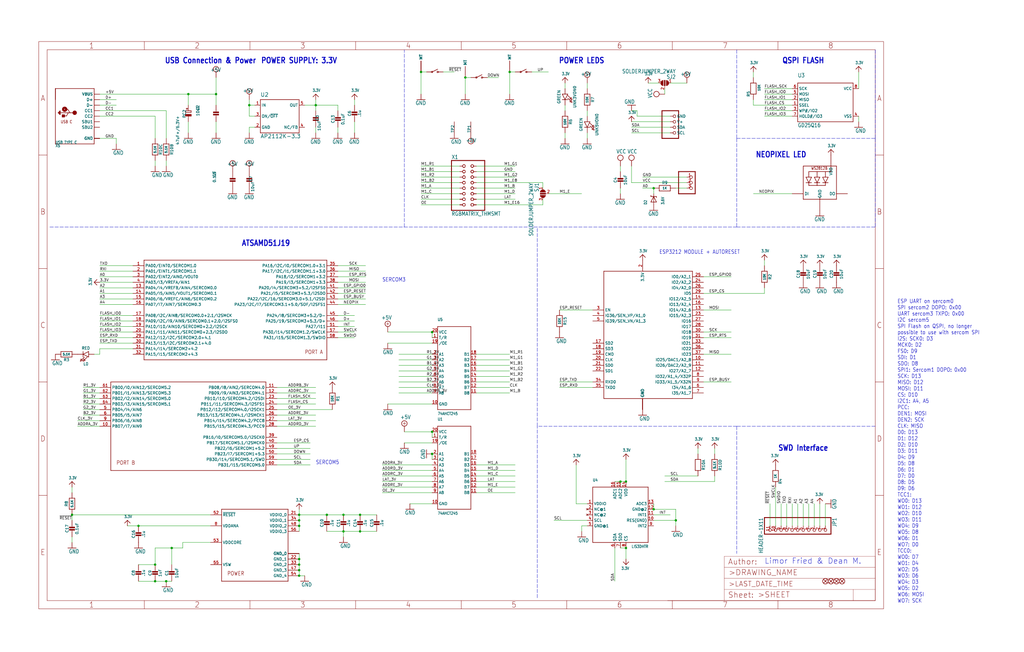
<source format=kicad_sch>
(kicad_sch (version 20211123) (generator eeschema)
  (paper "User" 469.544 299.161)
  (junction (at 284.48 220.98))
  (junction (at 71.12 266.7))
  (junction (at 137.16 256.54))
  (junction (at 165.1 236.22))
  (junction (at 33.02 236.22))
  (junction (at 137.16 261.62))
  (junction (at 233.68 33.02))
  (junction (at 309.88 238.76))
  (junction (at 157.48 236.22))
  (junction (at 149.86 236.22))
  (junction (at 78.74 251.46))
  (junction (at 137.16 241.3))
  (junction (at 198.12 152.4))
  (junction (at 114.3 48.26))
  (junction (at 71.12 259.08))
  (junction (at 287.02 220.98))
  (junction (at 137.16 238.76))
  (junction (at 213.36 35.56))
  (junction (at 144.78 48.26))
  (junction (at 157.48 243.84))
  (junction (at 299.72 233.68))
  (junction (at 198.12 198.12))
  (junction (at 287.02 251.46))
  (junction (at 299.72 86.36))
  (junction (at 137.16 259.08))
  (junction (at 86.36 43.18))
  (junction (at 63.5 241.3))
  (junction (at 137.16 236.22))
  (junction (at 193.04 33.02))
  (junction (at 99.06 43.18))
  (junction (at 76.2 266.7))
  (junction (at 198.12 208.28))
  (junction (at 165.1 243.84))
  (junction (at 137.16 264.16))
  (wire (pts (xy 154.94 149.86) (xy 162.56 149.86)))
  (wire (pts (xy 154.94 152.4) (xy 162.56 152.4)))
  (wire (pts (xy 198.12 208.28) (xy 198.12 210.82)))
  (wire (pts (xy 393.7 55.88) (xy 393.7 53.34)))
  (wire (pts (xy 137.16 254) (xy 137.16 256.54)))
  (wire (pts (xy 139.7 264.16) (xy 137.16 264.16)))
  (wire (pts (xy 60.96 129.54) (xy 45.72 129.54)))
  (wire (pts (xy 162.56 55.88) (xy 162.56 60.96)))
  (wire (pts (xy 350.52 132.08) (xy 350.52 134.62)))
  (wire (pts (xy 137.16 256.54) (xy 137.16 259.08)))
  (wire (pts (xy 177.8 185.42) (xy 198.12 185.42)))
  (wire (pts (xy 304.8 220.98) (xy 327.66 220.98)))
  (wire (pts (xy 322.58 175.26) (xy 335.28 175.26)))
  (wire (pts (xy 45.72 193.04) (xy 35.56 193.04)))
  (wire (pts (xy 218.44 78.74) (xy 236.22 78.74)))
  (wire (pts (xy 210.82 91.44) (xy 193.04 91.44)))
  (wire (pts (xy 154.94 129.54) (xy 167.64 129.54)))
  (wire (pts (xy 116.84 58.42) (xy 114.3 58.42)))
  (wire (pts (xy 345.44 45.72) (xy 345.44 48.26)))
  (wire (pts (xy 137.16 236.22) (xy 137.16 238.76)))
  (wire (pts (xy 127 182.88) (xy 144.78 182.88)))
  (wire (pts (xy 45.72 160.02) (xy 45.72 162.56)))
  (wire (pts (xy 149.86 243.84) (xy 157.48 243.84)))
  (wire (pts (xy 363.22 88.9) (xy 345.44 88.9)))
  (wire (pts (xy 218.44 172.72) (xy 233.68 172.72)))
  (wire (pts (xy 363.22 241.3) (xy 363.22 231.14)))
  (wire (pts (xy 137.16 243.84) (xy 137.16 241.3)))
  (wire (pts (xy 137.16 236.22) (xy 149.86 236.22)))
  (wire (pts (xy 99.06 55.88) (xy 99.06 60.96)))
  (wire (pts (xy 281.94 251.46) (xy 281.94 266.7)))
  (wire (pts (xy 213.36 35.56) (xy 213.36 43.18)))
  (wire (pts (xy 198.12 200.66) (xy 198.12 198.12)))
  (wire (pts (xy 218.44 226.06) (xy 236.22 226.06)))
  (wire (pts (xy 365.76 241.3) (xy 365.76 231.14)))
  (wire (pts (xy 299.72 88.9) (xy 299.72 86.36)))
  (wire (pts (xy 60.96 137.16) (xy 45.72 137.16)))
  (wire (pts (xy 154.94 48.26) (xy 154.94 50.8)))
  (wire (pts (xy 193.04 78.74) (xy 210.82 78.74)))
  (wire (pts (xy 60.96 139.7) (xy 45.72 139.7)))
  (wire (pts (xy 309.88 233.68) (xy 309.88 238.76)))
  (wire (pts (xy 322.58 134.62) (xy 350.52 134.62)))
  (wire (pts (xy 284.48 78.74) (xy 284.48 76.2)))
  (wire (pts (xy 233.68 175.26) (xy 218.44 175.26)))
  (polyline (pts (xy 337.82 104.14) (xy 401.32 104.14)))
  (wire (pts (xy 71.12 73.66) (xy 71.12 76.2)))
  (wire (pts (xy 289.56 55.88) (xy 307.34 55.88)))
  (wire (pts (xy 182.88 165.1) (xy 198.12 165.1)))
  (wire (pts (xy 248.92 91.44) (xy 248.92 93.98)))
  (wire (pts (xy 223.52 35.56) (xy 228.6 35.56)))
  (wire (pts (xy 198.12 177.8) (xy 182.88 177.8)))
  (wire (pts (xy 137.16 241.3) (xy 137.16 238.76)))
  (wire (pts (xy 198.12 213.36) (xy 175.26 213.36)))
  (polyline (pts (xy 337.82 104.14) (xy 246.38 104.14)))
  (wire (pts (xy 287.02 251.46) (xy 287.02 256.54)))
  (wire (pts (xy 198.12 162.56) (xy 182.88 162.56)))
  (wire (pts (xy 71.12 251.46) (xy 71.12 259.08)))
  (wire (pts (xy 304.8 43.18) (xy 304.8 40.64)))
  (wire (pts (xy 259.08 60.96) (xy 259.08 63.5)))
  (wire (pts (xy 127 180.34) (xy 144.78 180.34)))
  (wire (pts (xy 322.58 142.24) (xy 335.28 142.24)))
  (wire (pts (xy 154.94 124.46) (xy 167.64 124.46)))
  (wire (pts (xy 137.16 259.08) (xy 137.16 261.62)))
  (polyline (pts (xy 337.82 63.5) (xy 337.82 104.14)))
  (wire (pts (xy 127 187.96) (xy 152.4 187.96)))
  (wire (pts (xy 45.72 182.88) (xy 38.1 182.88)))
  (wire (pts (xy 175.26 220.98) (xy 198.12 220.98)))
  (wire (pts (xy 210.82 81.28) (xy 193.04 81.28)))
  (wire (pts (xy 96.52 248.92) (xy 83.82 248.92)))
  (wire (pts (xy 314.96 81.28) (xy 294.64 81.28)))
  (wire (pts (xy 60.96 160.02) (xy 45.72 160.02)))
  (wire (pts (xy 269.24 241.3) (xy 266.7 241.3)))
  (wire (pts (xy 256.54 177.8) (xy 271.78 177.8)))
  (wire (pts (xy 322.58 127) (xy 335.28 127)))
  (wire (pts (xy 45.72 50.8) (xy 76.2 50.8)))
  (wire (pts (xy 198.12 172.72) (xy 182.88 172.72)))
  (wire (pts (xy 266.7 241.3) (xy 266.7 243.84)))
  (wire (pts (xy 345.44 48.26) (xy 363.22 48.26)))
  (wire (pts (xy 360.68 231.14) (xy 360.68 241.3)))
  (wire (pts (xy 45.72 121.92) (xy 60.96 121.92)))
  (wire (pts (xy 302.26 38.1) (xy 297.18 38.1)))
  (wire (pts (xy 154.94 147.32) (xy 162.56 147.32)))
  (wire (pts (xy 284.48 220.98) (xy 287.02 220.98)))
  (wire (pts (xy 193.04 33.02) (xy 195.58 33.02)))
  (wire (pts (xy 259.08 38.1) (xy 259.08 40.64)))
  (wire (pts (xy 127 193.04) (xy 144.78 193.04)))
  (polyline (pts (xy 337.82 195.58) (xy 246.38 195.58)))
  (wire (pts (xy 327.66 220.98) (xy 327.66 218.44)))
  (wire (pts (xy 127 203.2) (xy 142.24 203.2)))
  (wire (pts (xy 45.72 53.34) (xy 71.12 53.34)))
  (wire (pts (xy 45.72 157.48) (xy 60.96 157.48)))
  (wire (pts (xy 198.12 154.94) (xy 198.12 152.4)))
  (wire (pts (xy 218.44 213.36) (xy 236.22 213.36)))
  (wire (pts (xy 215.9 35.56) (xy 213.36 35.56)))
  (wire (pts (xy 116.84 53.34) (xy 114.3 53.34)))
  (wire (pts (xy 60.96 127) (xy 45.72 127)))
  (wire (pts (xy 299.72 233.68) (xy 309.88 233.68)))
  (wire (pts (xy 76.2 76.2) (xy 76.2 73.66)))
  (wire (pts (xy 236.22 86.36) (xy 218.44 86.36)))
  (wire (pts (xy 218.44 218.44) (xy 236.22 218.44)))
  (wire (pts (xy 99.06 43.18) (xy 99.06 35.56)))
  (wire (pts (xy 322.58 152.4) (xy 335.28 152.4)))
  (wire (pts (xy 289.56 83.82) (xy 289.56 76.2)))
  (wire (pts (xy 269.24 238.76) (xy 254 238.76)))
  (wire (pts (xy 322.58 154.94) (xy 335.28 154.94)))
  (wire (pts (xy 78.74 251.46) (xy 78.74 259.08)))
  (wire (pts (xy 353.06 241.3) (xy 353.06 231.14)))
  (wire (pts (xy 251.46 88.9) (xy 266.7 88.9)))
  (wire (pts (xy 76.2 50.8) (xy 76.2 63.5)))
  (polyline (pts (xy 337.82 22.86) (xy 337.82 63.5)))
  (wire (pts (xy 154.94 121.92) (xy 167.64 121.92)))
  (wire (pts (xy 71.12 53.34) (xy 71.12 63.5)))
  (wire (pts (xy 53.34 63.5) (xy 53.34 66.04)))
  (wire (pts (xy 154.94 134.62) (xy 167.64 134.62)))
  (wire (pts (xy 218.44 93.98) (xy 248.92 93.98)))
  (wire (pts (xy 60.96 149.86) (xy 45.72 149.86)))
  (wire (pts (xy 127 205.74) (xy 142.24 205.74)))
  (wire (pts (xy 60.96 154.94) (xy 45.72 154.94)))
  (wire (pts (xy 45.72 43.18) (xy 86.36 43.18)))
  (wire (pts (xy 187.96 231.14) (xy 198.12 231.14)))
  (wire (pts (xy 127 190.5) (xy 144.78 190.5)))
  (wire (pts (xy 45.72 187.96) (xy 38.1 187.96)))
  (wire (pts (xy 248.92 83.82) (xy 248.92 86.36)))
  (wire (pts (xy 45.72 190.5) (xy 38.1 190.5)))
  (wire (pts (xy 363.22 45.72) (xy 350.52 45.72)))
  (wire (pts (xy 162.56 48.26) (xy 162.56 45.72)))
  (wire (pts (xy 157.48 236.22) (xy 165.1 236.22)))
  (wire (pts (xy 236.22 91.44) (xy 218.44 91.44)))
  (wire (pts (xy 78.74 251.46) (xy 71.12 251.46)))
  (wire (pts (xy 269.24 53.34) (xy 269.24 50.8)))
  (wire (pts (xy 233.68 170.18) (xy 218.44 170.18)))
  (wire (pts (xy 172.72 236.22) (xy 165.1 236.22)))
  (wire (pts (xy 165.1 243.84) (xy 172.72 243.84)))
  (wire (pts (xy 193.04 93.98) (xy 210.82 93.98)))
  (wire (pts (xy 60.96 124.46) (xy 45.72 124.46)))
  (polyline (pts (xy 401.32 22.86) (xy 401.32 63.5)))
  (wire (pts (xy 287.02 220.98) (xy 287.02 210.82)))
  (wire (pts (xy 86.36 43.18) (xy 99.06 43.18)))
  (wire (pts (xy 127 177.8) (xy 144.78 177.8)))
  (wire (pts (xy 144.78 48.26) (xy 154.94 48.26)))
  (wire (pts (xy 373.38 241.3) (xy 373.38 231.14)))
  (wire (pts (xy 114.3 48.26) (xy 116.84 48.26)))
  (wire (pts (xy 358.14 241.3) (xy 358.14 231.14)))
  (wire (pts (xy 281.94 220.98) (xy 284.48 220.98)))
  (wire (pts (xy 236.22 215.9) (xy 218.44 215.9)))
  (polyline (pts (xy 246.38 274.32) (xy 246.38 195.58)))
  (wire (pts (xy 350.52 121.92) (xy 350.52 119.38)))
  (wire (pts (xy 299.72 86.36) (xy 294.64 86.36)))
  (wire (pts (xy 327.66 205.74) (xy 327.66 208.28)))
  (wire (pts (xy 269.24 231.14) (xy 264.16 231.14)))
  (wire (pts (xy 33.02 223.52) (xy 33.02 226.06)))
  (wire (pts (xy 137.16 233.68) (xy 137.16 236.22)))
  (polyline (pts (xy 337.82 63.5) (xy 401.32 63.5)))
  (wire (pts (xy 127 208.28) (xy 142.24 208.28)))
  (wire (pts (xy 193.04 88.9) (xy 210.82 88.9)))
  (wire (pts (xy 198.12 167.64) (xy 182.88 167.64)))
  (wire (pts (xy 304.8 218.44) (xy 320.04 218.44)))
  (wire (pts (xy 370.84 241.3) (xy 370.84 231.14)))
  (wire (pts (xy 284.48 88.9) (xy 284.48 86.36)))
  (wire (pts (xy 60.96 147.32) (xy 45.72 147.32)))
  (wire (pts (xy 177.8 152.4) (xy 198.12 152.4)))
  (wire (pts (xy 289.56 60.96) (xy 307.34 60.96)))
  (wire (pts (xy 198.12 170.18) (xy 182.88 170.18)))
  (wire (pts (xy 210.82 86.36) (xy 193.04 86.36)))
  (wire (pts (xy 233.68 167.64) (xy 218.44 167.64)))
  (wire (pts (xy 218.44 177.8) (xy 233.68 177.8)))
  (wire (pts (xy 45.72 48.26) (xy 53.34 48.26)))
  (wire (pts (xy 58.42 241.3) (xy 63.5 241.3)))
  (wire (pts (xy 345.44 35.56) (xy 345.44 33.02)))
  (wire (pts (xy 144.78 45.72) (xy 144.78 48.26)))
  (wire (pts (xy 177.8 157.48) (xy 198.12 157.48)))
  (wire (pts (xy 127 185.42) (xy 144.78 185.42)))
  (wire (pts (xy 63.5 259.08) (xy 71.12 259.08)))
  (wire (pts (xy 63.5 241.3) (xy 96.52 241.3)))
  (wire (pts (xy 127 210.82) (xy 142.24 210.82)))
  (wire (pts (xy 236.22 76.2) (xy 218.44 76.2)))
  (wire (pts (xy 393.7 33.02) (xy 393.7 40.64)))
  (wire (pts (xy 363.22 40.64) (xy 350.52 40.64)))
  (wire (pts (xy 157.48 243.84) (xy 165.1 243.84)))
  (wire (pts (xy 45.72 185.42) (xy 38.1 185.42)))
  (wire (pts (xy 269.24 63.5) (xy 269.24 60.96)))
  (wire (pts (xy 264.16 231.14) (xy 264.16 213.36)))
  (wire (pts (xy 127 213.36) (xy 142.24 213.36)))
  (wire (pts (xy 292.1 50.8) (xy 289.56 50.8)))
  (wire (pts (xy 45.72 180.34) (xy 38.1 180.34)))
  (wire (pts (xy 182.88 175.26) (xy 198.12 175.26)))
  (wire (pts (xy 185.42 198.12) (xy 198.12 198.12)))
  (wire (pts (xy 175.26 218.44) (xy 198.12 218.44)))
  (wire (pts (xy 210.82 76.2) (xy 193.04 76.2)))
  (wire (pts (xy 154.94 132.08) (xy 167.64 132.08)))
  (wire (pts (xy 378.46 241.3) (xy 378.46 231.14)))
  (polyline (pts (xy 246.38 195.58) (xy 246.38 104.14)))
  (wire (pts (xy 60.96 132.08) (xy 45.72 132.08)))
  (polyline (pts (xy 185.42 104.14) (xy 185.42 22.86)))
  (wire (pts (xy 198.12 223.52) (xy 175.26 223.52)))
  (polyline (pts (xy 401.32 63.5) (xy 401.32 104.14)))
  (wire (pts (xy 83.82 248.92) (xy 83.82 251.46)))
  (wire (pts (xy 154.94 127) (xy 167.64 127)))
  (wire (pts (xy 43.18 162.56) (xy 45.72 162.56)))
  (wire (pts (xy 233.68 33.02) (xy 233.68 43.18)))
  (wire (pts (xy 96.52 236.22) (xy 33.02 236.22)))
  (polyline (pts (xy 337.82 195.58) (xy 337.82 254)))
  (wire (pts (xy 218.44 83.82) (xy 248.92 83.82)))
  (wire (pts (xy 236.22 81.28) (xy 218.44 81.28)))
  (polyline (pts (xy 22.86 104.14) (xy 185.42 104.14)))
  (wire (pts (xy 203.2 33.02) (xy 208.28 33.02)))
  (wire (pts (xy 139.7 48.26) (xy 144.78 48.26)))
  (wire (pts (xy 314.96 86.36) (xy 309.88 86.36)))
  (wire (pts (xy 114.3 58.42) (xy 114.3 60.96)))
  (wire (pts (xy 86.36 43.18) (xy 86.36 48.26)))
  (wire (pts (xy 271.78 142.24) (xy 256.54 142.24)))
  (wire (pts (xy 154.94 137.16) (xy 167.64 137.16)))
  (wire (pts (xy 114.3 53.34) (xy 114.3 48.26)))
  (wire (pts (xy 144.78 58.42) (xy 144.78 60.96)))
  (wire (pts (xy 233.68 165.1) (xy 218.44 165.1)))
  (wire (pts (xy 307.34 53.34) (xy 292.1 53.34)))
  (wire (pts (xy 45.72 177.8) (xy 38.1 177.8)))
  (wire (pts (xy 144.78 48.26) (xy 144.78 50.8)))
  (wire (pts (xy 309.88 238.76) (xy 309.88 241.3)))
  (polyline (pts (xy 246.38 104.14) (xy 185.42 104.14)))
  (wire (pts (xy 78.74 266.7) (xy 76.2 266.7)))
  (wire (pts (xy 363.22 53.34) (xy 350.52 53.34)))
  (wire (pts (xy 185.42 203.2) (xy 198.12 203.2)))
  (wire (pts (xy 71.12 266.7) (xy 76.2 266.7)))
  (wire (pts (xy 149.86 236.22) (xy 157.48 236.22)))
  (wire (pts (xy 299.72 236.22) (xy 307.34 236.22)))
  (wire (pts (xy 198.12 180.34) (xy 182.88 180.34)))
  (wire (pts (xy 71.12 266.7) (xy 63.5 266.7)))
  (wire (pts (xy 86.36 55.88) (xy 86.36 60.96)))
  (wire (pts (xy 320.04 208.28) (xy 320.04 205.74)))
  (wire (pts (xy 45.72 195.58) (xy 35.56 195.58)))
  (wire (pts (xy 154.94 139.7) (xy 167.64 139.7)))
  (wire (pts (xy 355.6 223.52) (xy 355.6 241.3)))
  (wire (pts (xy 299.72 231.14) (xy 299.72 233.68)))
  (wire (pts (xy 53.34 63.5) (xy 45.72 63.5)))
  (polyline (pts (xy 401.32 195.58) (xy 337.82 195.58)))
  (wire (pts (xy 83.82 251.46) (xy 78.74 251.46)))
  (wire (pts (xy 99.06 43.18) (xy 99.06 48.26)))
  (wire (pts (xy 193.04 83.82) (xy 210.82 83.82)))
  (wire (pts (xy 218.44 162.56) (xy 233.68 162.56)))
  (wire (pts (xy 350.52 43.18) (xy 363.22 43.18)))
  (wire (pts (xy 60.96 152.4) (xy 45.72 152.4)))
  (wire (pts (xy 137.16 261.62) (xy 137.16 264.16)))
  (wire (pts (xy 218.44 223.52) (xy 236.22 223.52)))
  (wire (pts (xy 33.02 238.76) (xy 33.02 236.22)))
  (wire (pts (xy 60.96 134.62) (xy 45.72 134.62)))
  (wire (pts (xy 307.34 58.42) (xy 289.56 58.42)))
  (wire (pts (xy 363.22 50.8) (xy 350.52 50.8)))
  (wire (pts (xy 45.72 45.72) (xy 53.34 45.72)))
  (wire (pts (xy 299.72 238.76) (xy 309.88 238.76)))
  (wire (pts (xy 284.48 251.46) (xy 287.02 251.46)))
  (wire (pts (xy 154.94 58.42) (xy 154.94 60.96)))
  (wire (pts (xy 292.1 53.34) (xy 292.1 50.8)))
  (wire (pts (xy 289.56 83.82) (xy 314.96 83.82)))
  (wire (pts (xy 218.44 88.9) (xy 236.22 88.9)))
  (wire (pts (xy 322.58 162.56) (xy 335.28 162.56)))
  (wire (pts (xy 114.3 45.72) (xy 114.3 48.26)))
  (wire (pts (xy 243.84 33.02) (xy 251.46 33.02)))
  (wire (pts (xy 157.48 246.38) (xy 157.48 243.84)))
  (wire (pts (xy 236.22 33.02) (xy 233.68 33.02)))
  (wire (pts (xy 259.08 50.8) (xy 259.08 48.26)))
  (wire (pts (xy 154.94 144.78) (xy 162.56 144.78)))
  (wire (pts (xy 193.04 33.02) (xy 193.04 43.18)))
  (wire (pts (xy 33.02 248.92) (xy 33.02 246.38)))
  (wire (pts (xy 271.78 175.26) (xy 256.54 175.26)))
  (wire (pts (xy 198.12 215.9) (xy 175.26 215.9)))
  (wire (pts (xy 269.24 40.64) (xy 269.24 38.1)))
  (wire (pts (xy 154.94 154.94) (xy 162.56 154.94)))
  (wire (pts (xy 236.22 220.98) (xy 218.44 220.98)))
  (wire (pts (xy 368.3 241.3) (xy 368.3 231.14)))
  (wire (pts (xy 127 195.58) (xy 144.78 195.58)))
  (wire (pts (xy 375.92 241.3) (xy 375.92 231.14)))
  (wire (pts (xy 307.34 38.1) (xy 314.96 38.1)))
  (wire (pts (xy 60.96 144.78) (xy 45.72 144.78)))
  (wire (pts (xy 198.12 226.06) (xy 175.26 226.06)))
  (wire (pts (xy 233.68 180.34) (xy 218.44 180.34)))
  (text "SWD Interface" (at 368.3 205.74 180) (effects (font (size 2.54 2.159) (thickness 0.4318) bold)))
  (text "SERCOM3" (at 175.26 129.54 180) (effects (font (size 1.778 1.5113)) (justify left bottom)))
  (text "SERCOM5" (at 144.78 213.36 180) (effects (font (size 1.778 1.5113)) (justify left bottom)))
  (text "POWER SUPPLY: 3.3V" (at 137.16 27.94 180) (effects (font (size 2.54 2.159) (thickness 0.4318) bold)))
  (text "ATSAMD51J19" (at 121.92 111.76 180) (effects (font (size 2.54 2.159) (thickness 0.4318) bold)))
  (text "NEOPIXEL LED" (at 358.14 71.12 180) (effects (font (size 2.54 2.159) (thickness 0.4318) bold)))
  (text "POWER LEDS" (at 266.7 27.94 180) (effects (font (size 2.54 2.159) (thickness 0.4318) bold)))
  (text "Limor Fried & Dean M." (at 350.52 259.08 180) (effects (font (size 2.54 2.54)) (justify left bottom)))
  (text "USB Connection & Power" (at 96.52 27.94 180) (effects (font (size 2.54 2.159) (thickness 0.4318) bold)))
  (text "QSPI FLASH" (at 368.3 27.94 180) (effects (font (size 2.54 2.159) (thickness 0.4318) bold)))
  (text "ESP UART on sercom0\nSPI sercom2 DOPO: 0x00\nUART sercom3 TXPO: 0x00\nI2C sercom5\nSPI Flash on QSPI, no longer\npossible to use with sercom SPI\nI2S: SCK0: D3\nMCK0: D2\nFS0: D9\nSDI: D1\nSDO: D8\nSPI1: Sercom1 DOPO: 0x00\nSCK: D13\nMISO: D12\nMOSI: D11\nCS: D10\nI2C1: A4, A5\nPCC:\nDEN1: MOSI\nDEN2: SCK\nCLK: MISO\nD0: D13\nD1: D12\nD2: D10\nD3: D11\nD4: D9\nD5: D8\nD6: D1\nD7: D0\nD8: D5\nD9: D6\nTCC1:\nWO0: D13\nWO1: D12\nWO2: D10\nWO3: D11\nWO4: D9\nWO5: D8\nWO6: D1\nWO7: D0\nTCC0:\nWO0: D7\nWO1: D4\nWO2: D5\nWO3: D6\nWO4: D3\nWO5: D2\nWO6: MOSI\nWO7: SCK\n" (at 411.48 276.86 0) (effects (font (size 1.778 1.5113)) (justify left bottom)))
  (text "ESP3212 MODULE + AUTORESET" (at 302.26 116.84 180) (effects (font (size 1.778 1.5113)) (justify left bottom)))
  (label "SDA" (at 307.34 220.98 0) (effects (font (size 1.2446 1.2446))))
  (label "LAT_3V" (at 132.08 193.04 0) (effects (font (size 1.2446 1.2446))))
  (label "M1_A" (at 223.52 213.36 0) (effects (font (size 1.2446 1.2446))))
  (label "FLASH_IO1" (at 45.72 147.32 0) (effects (font (size 1.2446 1.2446))))
  (label "R1_3V" (at 38.1 177.8 0) (effects (font (size 1.2446 1.2446))))
  (label "ADDRB_3V" (at 195.58 180.34 0) (effects (font (size 1.2446 1.2446))))
  (label "NEOPIX" (at 347.98 88.9 0) (effects (font (size 1.2446 1.2446))))
  (label "MOSI" (at 325.12 142.24 0) (effects (font (size 1.2446 1.2446))))
  (label "G2_3V" (at 38.1 187.96 0) (effects (font (size 1.2446 1.2446))))
  (label "CLK_3V" (at 35.56 193.04 0) (effects (font (size 1.2446 1.2446))))
  (label "DOWN" (at 134.62 208.28 0) (effects (font (size 1.2446 1.2446))))
  (label "A3" (at 45.72 137.16 0) (effects (font (size 1.2446 1.2446))))
  (label "G2_3V" (at 195.58 170.18 0) (effects (font (size 1.2446 1.2446))))
  (label "SCL" (at 307.34 218.44 0) (effects (font (size 1.2446 1.2446))))
  (label "ESP_RTS" (at 325.12 154.94 0) (effects (font (size 1.2446 1.2446))))
  (label "FLASH_IO0" (at 350.52 43.18 0) (effects (font (size 1.2446 1.2446))))
  (label "SCL" (at 289.56 60.96 0) (effects (font (size 1.2446 1.2446))))
  (label "SCK" (at 325.12 152.4 0) (effects (font (size 1.2446 1.2446))))
  (label "TXO" (at 360.68 231.14 90) (effects (font (size 1.2446 1.2446))))
  (label "R2_3V" (at 38.1 185.42 0) (effects (font (size 1.2446 1.2446))))
  (label "ADDRD_3V" (at 132.08 195.58 0) (effects (font (size 1.2446 1.2446))))
  (label "SCK" (at 160.02 121.92 0) (effects (font (size 1.2446 1.2446))))
  (label "INT" (at 157.48 149.86 0) (effects (font (size 1.2446 1.2446))))
  (label "OE_3V" (at 175.26 226.06 0) (effects (font (size 1.2446 1.2446))))
  (label "ESP_TXD" (at 256.54 175.26 0) (effects (font (size 1.2446 1.2446))))
  (label "G1_3V" (at 38.1 180.34 0) (effects (font (size 1.2446 1.2446))))
  (label "OE" (at 223.52 226.06 0) (effects (font (size 1.2446 1.2446))))
  (label "FLASH_IO0" (at 45.72 144.78 0) (effects (font (size 1.2446 1.2446))))
  (label "+5V" (at 48.26 43.18 0) (effects (font (size 1.2446 1.2446))))
  (label "UP" (at 134.62 205.74 0) (effects (font (size 1.2446 1.2446))))
  (label "M1_R2" (at 193.04 81.28 0) (effects (font (size 1.2446 1.2446))))
  (label "A3" (at 370.84 231.14 90) (effects (font (size 1.2446 1.2446))))
  (label "B1_3V" (at 195.58 167.64 0) (effects (font (size 1.2446 1.2446))))
  (label "ESP_BUSY" (at 157.48 137.16 0) (effects (font (size 1.2446 1.2446))))
  (label "M1_E" (at 223.52 223.52 0) (effects (font (size 1.2446 1.2446))))
  (label "M1_R1" (at 193.04 76.2 0) (effects (font (size 1.2446 1.2446))))
  (label "SCL" (at 134.62 210.82 0) (effects (font (size 1.2446 1.2446))))
  (label "TXO" (at 45.72 121.92 0) (effects (font (size 1.2446 1.2446))))
  (label "R2_3V" (at 195.58 172.72 0) (effects (font (size 1.2446 1.2446))))
  (label "ESP_RESET" (at 157.48 134.62 0) (effects (font (size 1.2446 1.2446))))
  (label "ESP_RTS" (at 160.02 127 0) (effects (font (size 1.2446 1.2446))))
  (label "CLK_3V" (at 195.58 177.8 0) (effects (font (size 1.2446 1.2446))))
  (label "OE_3V" (at 132.08 187.96 0) (effects (font (size 1.2446 1.2446))))
  (label "M1_C" (at 193.04 88.9 0) (effects (font (size 1.2446 1.2446))))
  (label "M1_E" (at 256.54 88.9 0) (effects (font (size 1.2446 1.2446))))
  (label "M1_B1" (at 193.04 78.74 0) (effects (font (size 1.2446 1.2446))))
  (label "A2" (at 368.3 231.14 90) (effects (font (size 1.2446 1.2446))))
  (label "SDA" (at 289.56 58.42 0) (effects (font (size 1.2446 1.2446))))
  (label "LAT_3V" (at 175.26 220.98 0) (effects (font (size 1.2446 1.2446))))
  (label "ADDRE_3V" (at 175.26 223.52 0) (effects (font (size 1.2446 1.2446))))
  (label "~{RESET}" (at 353.06 231.14 90) (effects (font (size 1.2446 1.2446))))
  (label "M1_E16" (at 231.14 93.98 0) (effects (font (size 1.2446 1.2446))))
  (label "MISO" (at 160.02 124.46 0) (effects (font (size 1.2446 1.2446))))
  (label "FLASH_SCK" (at 350.52 40.64 0) (effects (font (size 1.2446 1.2446))))
  (label "MOSI" (at 160.02 129.54 0) (effects (font (size 1.2446 1.2446))))
  (label "VCC" (at 294.64 83.82 0) (effects (font (size 1.2446 1.2446))))
  (label "B2_3V" (at 38.1 190.5 0) (effects (font (size 1.2446 1.2446))))
  (label "SCL" (at 254 238.76 0) (effects (font (size 1.2446 1.2446))))
  (label "ADDRE_3V" (at 132.08 190.5 0) (effects (font (size 1.2446 1.2446))))
  (label "FLASH_IO3" (at 350.52 53.34 0) (effects (font (size 1.2446 1.2446))))
  (label "OE" (at 193.04 93.98 0) (effects (font (size 1.2446 1.2446))))
  (label "ESP_RXD" (at 256.54 177.8 0) (effects (font (size 1.2446 1.2446))))
  (label "ADDRD_3V" (at 175.26 215.9 0) (effects (font (size 1.2446 1.2446))))
  (label "3.3V" (at 45.72 129.54 0) (effects (font (size 1.2446 1.2446))))
  (label "CC1" (at 48.26 50.8 0) (effects (font (size 1.2446 1.2446))))
  (label "SWCLK" (at 157.48 152.4 0) (effects (font (size 1.2446 1.2446))))
  (label "ADDRC_3V" (at 132.08 180.34 0) (effects (font (size 1.2446 1.2446))))
  (label "MISO" (at 325.12 162.56 0) (effects (font (size 1.2446 1.2446))))
  (label "FLASH_IO2" (at 350.52 50.8 0) (effects (font (size 1.2446 1.2446))))
  (label "CC2" (at 48.26 53.34 0) (effects (font (size 1.2446 1.2446))))
  (label "D+" (at 157.48 147.32 0) (effects (font (size 1.2446 1.2446))))
  (label "ADDRB_3V" (at 132.08 177.8 0) (effects (font (size 1.2446 1.2446))))
  (label "M1_B2" (at 193.04 83.82 0) (effects (font (size 1.2446 1.2446))))
  (label "ESP_RXD" (at 45.72 154.94 0) (effects (font (size 1.2446 1.2446))))
  (label "ESP_GPIO0" (at 157.48 132.08 0) (effects (font (size 1.2446 1.2446))))
  (label "LAT" (at 223.52 220.98 0) (effects (font (size 1.2446 1.2446))))
  (label "M1_C" (at 223.52 218.44 0) (effects (font (size 1.2446 1.2446))))
  (label "GND" (at 231.14 78.74 0) (effects (font (size 1.2446 1.2446))))
  (label "A2" (at 45.72 132.08 0) (effects (font (size 1.2446 1.2446))))
  (label "D-" (at 48.26 48.26 0) (effects (font (size 1.2446 1.2446))))
  (label "~{RESET}" (at 205.74 33.02 0) (effects (font (size 1.2446 1.2446))))
  (label "M1_B2" (at 233.68 175.26 0) (effects (font (size 1.2446 1.2446))))
  (label "LAT" (at 231.14 91.44 0) (effects (font (size 1.2446 1.2446))))
  (label "M1_G1" (at 231.14 76.2 0) (effects (font (size 1.2446 1.2446))))
  (label "B1_3V" (at 38.1 182.88 0) (effects (font (size 1.2446 1.2446))))
  (label "~{RESET}" (at 33.02 238.76 180) (effects (font (size 1.2446 1.2446))))
  (label "R1_3V" (at 195.58 162.56 0) (effects (font (size 1.2446 1.2446))))
  (label "M1_B1" (at 233.68 167.64 0) (effects (font (size 1.2446 1.2446))))
  (label "SDA" (at 281.94 266.7 90) (effects (font (size 1.2446 1.2446))))
  (label "M1_R1" (at 233.68 162.56 0) (effects (font (size 1.2446 1.2446))))
  (label "SWCLK" (at 355.6 228.6 90) (effects (font (size 1.2446 1.2446))))
  (label "SWDIO" (at 157.48 154.94 0) (effects (font (size 1.2446 1.2446))))
  (label "D+" (at 48.26 45.72 0) (effects (font (size 1.2446 1.2446))))
  (label "ESP_CS" (at 134.62 203.2 0) (effects (font (size 1.2446 1.2446))))
  (label "INT" (at 302.26 236.22 0) (effects (font (size 1.2446 1.2446))))
  (label "A1" (at 365.76 231.14 90) (effects (font (size 1.2446 1.2446))))
  (label "M1_A" (at 193.04 86.36 0) (effects (font (size 1.2446 1.2446))))
  (label "DOWN" (at 223.52 35.56 0) (effects (font (size 1.2446 1.2446))))
  (label "M1_G2" (at 233.68 170.18 0) (effects (font (size 1.2446 1.2446))))
  (label "FLASH_IO2" (at 45.72 149.86 0) (effects (font (size 1.2446 1.2446))))
  (label "A4" (at 45.72 139.7 0) (effects (font (size 1.2446 1.2446))))
  (label "CLK" (at 233.68 177.8 0) (effects (font (size 1.2446 1.2446))))
  (label "NEOPIX" (at 157.48 139.7 0) (effects (font (size 1.2446 1.2446))))
  (label "M1_G1" (at 233.68 165.1 0) (effects (font (size 1.2446 1.2446))))
  (label "CLK" (at 193.04 91.44 0) (effects (font (size 1.2446 1.2446))))
  (label "FLASH_CS" (at 350.52 48.26 0) (effects (font (size 1.2446 1.2446))))
  (label "GND" (at 48.26 63.5 0) (effects (font (size 1.2446 1.2446))))
  (label "B2_3V" (at 195.58 175.26 0) (effects (font (size 1.2446 1.2446))))
  (label "ESP_RESET" (at 256.54 142.24 0) (effects (font (size 1.2446 1.2446))))
  (label "SWDIO" (at 358.14 231.14 90) (effects (font (size 1.2446 1.2446))))
  (label "M1_D" (at 231.14 88.9 0) (effects (font (size 1.2446 1.2446))))
  (label "A0" (at 45.72 127 0) (effects (font (size 1.2446 1.2446))))
  (label "D-" (at 157.48 144.78 0) (effects (font (size 1.2446 1.2446))))
  (label "FLASH_IO1" (at 350.52 45.72 0) (effects (font (size 1.2446 1.2446))))
  (label "ESP_CS" (at 325.12 134.62 0) (effects (font (size 1.2446 1.2446))))
  (label "FLASH_CS" (at 132.08 185.42 0) (effects (font (size 1.2446 1.2446))))
  (label "GND" (at 294.64 81.28 0) (effects (font (size 1.2446 1.2446))))
  (label "M1_B" (at 233.68 180.34 0) (effects (font (size 1.2446 1.2446))))
  (label "A0" (at 294.64 86.36 0) (effects (font (size 1.2446 1.2446))))
  (label "ADDRC_3V" (at 175.26 218.44 0) (effects (font (size 1.2446 1.2446))))
  (label "M1_G2" (at 231.14 81.28 0) (effects (font (size 1.2446 1.2446))))
  (label "G1_3V" (at 195.58 165.1 0) (effects (font (size 1.2446 1.2446))))
  (label "ADDRA_3V" (at 175.26 213.36 0) (effects (font (size 1.2446 1.2446))))
  (label "FLASH_IO3" (at 45.72 152.4 0) (effects (font (size 1.2446 1.2446))))
  (label "M1_E8" (at 231.14 83.82 0) (effects (font (size 1.2446 1.2446))))
  (label "M1_R2" (at 233.68 172.72 0) (effects (font (size 1.2446 1.2446))))
  (label "FLASH_SCK" (at 132.08 182.88 0) (effects (font (size 1.2446 1.2446))))
  (label "A4" (at 373.38 231.14 90) (effects (font (size 1.2446 1.2446))))
  (label "M1_D" (at 223.52 215.9 0) (effects (font (size 1.2446 1.2446))))
  (label "RXI" (at 45.72 124.46 0) (effects (font (size 1.2446 1.2446))))
  (label "RXI" (at 363.22 231.14 90) (effects (font (size 1.2446 1.2446))))
  (label "M1_B" (at 231.14 86.36 0) (effects (font (size 1.2446 1.2446))))
  (label "UP" (at 246.38 33.02 0) (effects (font (size 1.2446 1.2446))))
  (label "SDA" (at 134.62 213.36 0) (effects (font (size 1.2446 1.2446))))
  (label "ESP_GPIO0" (at 325.12 127 0) (effects (font (size 1.2446 1.2446))))
  (label "A1" (at 45.72 134.62 0) (effects (font (size 1.2446 1.2446))))
  (label "ESP_TXD" (at 45.72 157.48 0) (effects (font (size 1.2446 1.2446))))
  (label "ESP_BUSY" (at 325.12 175.26 0) (effects (font (size 1.2446 1.2446))))
  (label "ADDRA_3V" (at 35.56 195.58 0) (effects (font (size 1.2446 1.2446))))
  (symbol (lib_id "eagleSchem-eagle-import:GND") (at 114.3 63.5 0) (unit 1)
    (property "Reference" "#GND4" (effects hide))
    (property "Value" "GND" (at 111.76 66.04 0) (effects (font (size 1.778 1.5113)) (justify left bottom)))
    (property "Footprint" "eagleSchem:" (effects hide))
  )
  (symbol (lib_id "eagleSchem-eagle-import:GND") (at 284.48 91.44 0) (unit 1)
    (property "Reference" "#GND16" (effects hide))
    (property "Value" "GND" (at 281.94 93.98 0) (effects (font (size 1.778 1.5113)) (justify left bottom)))
    (property "Footprint" "eagleSchem:" (effects hide))
  )
  (symbol (lib_id "eagleSchem-eagle-import:3.3V") (at 289.56 53.34 0) (unit 1)
    (property "Reference" "#U$4" (effects hide))
    (property "Value" "3.3V" (at 288.036 52.324 0) (effects (font (size 1.27 1.0795)) (justify left bottom)))
    (property "Footprint" "eagleSchem:" (effects hide))
  )
  (symbol (lib_id "eagleSchem-eagle-import:GND") (at 269.24 66.04 0) (unit 1)
    (property "Reference" "#GND14" (effects hide))
    (property "Value" "GND" (at 266.7 68.58 0) (effects (font (size 1.778 1.5113)) (justify left bottom)))
    (property "Footprint" "eagleSchem:" (effects hide))
  )
  (symbol (lib_id "eagleSchem-eagle-import:GND") (at 368.3 132.08 0) (unit 1)
    (property "Reference" "#U$31" (effects hide))
    (property "Value" "GND" (at 366.776 134.62 0) (effects (font (size 1.778 1.5113)) (justify left bottom)))
    (property "Footprint" "eagleSchem:" (effects hide))
  )
  (symbol (lib_id "eagleSchem-eagle-import:SEWTAP_SMTNUTM3") (at 215.9 60.96 90) (unit 1)
    (property "Reference" "TP1" (at 215.9 60.96 0) (effects (justify left bottom)))
    (property "Value" "SEWTAP_SMTNUTM3" (effects hide))
    (property "Footprint" "eagleSchem:SMT_NUT_3MM" (effects hide))
  )
  (symbol (lib_id "eagleSchem-eagle-import:GND") (at 144.78 63.5 0) (unit 1)
    (property "Reference" "#GND21" (effects hide))
    (property "Value" "GND" (at 142.24 66.04 0) (effects (font (size 1.778 1.5113)) (justify left bottom)))
    (property "Footprint" "eagleSchem:" (effects hide))
  )
  (symbol (lib_id "eagleSchem-eagle-import:CAP_CERAMIC0805-NOOUTLINE") (at 383.54 127 0) (unit 1)
    (property "Reference" "C20" (at 381.25 125.75 90))
    (property "Value" "10uF" (at 385.84 125.75 90))
    (property "Footprint" "eagleSchem:0805-NO" (effects hide))
  )
  (symbol (lib_id "eagleSchem-eagle-import:+5V") (at 177.8 149.86 0) (mirror y) (unit 1)
    (property "Reference" "#SUPPLY4" (effects hide))
    (property "Value" "+5V" (at 179.705 146.685 0) (effects (font (size 1.778 1.5113)) (justify left bottom)))
    (property "Footprint" "eagleSchem:" (effects hide))
  )
  (symbol (lib_id "eagleSchem-eagle-import:GND") (at 289.56 48.26 180) (unit 1)
    (property "Reference" "#U$10" (effects hide))
    (property "Value" "GND" (at 291.084 45.72 0) (effects (font (size 1.778 1.5113)) (justify left bottom)))
    (property "Footprint" "eagleSchem:" (effects hide))
  )
  (symbol (lib_id "eagleSchem-eagle-import:GND") (at 195.58 208.28 270) (mirror x) (unit 1)
    (property "Reference" "#GND17" (effects hide))
    (property "Value" "GND" (at 193.04 210.82 0) (effects (font (size 1.778 1.5113)) (justify left bottom)))
    (property "Footprint" "eagleSchem:" (effects hide))
  )
  (symbol (lib_id "eagleSchem-eagle-import:LP2985-XXDBVR") (at 127 53.34 0) (unit 1)
    (property "Reference" "U2" (at 119.38 44.45 0) (effects (font (size 1.778 1.778)) (justify left bottom)))
    (property "Value" "AP2112K-3.3" (at 119.38 63.5 0) (effects (font (size 1.778 1.778)) (justify left bottom)))
    (property "Footprint" "eagleSchem:SOT23-DBV" (effects hide))
  )
  (symbol (lib_id "eagleSchem-eagle-import:FIDUCIAL_1MM") (at 378.46 266.7 0) (unit 1)
    (property "Reference" "FID1" (effects hide))
    (property "Value" "FIDUCIAL_1MM" (effects hide))
    (property "Footprint" "eagleSchem:FIDUCIAL_1MM" (effects hide))
  )
  (symbol (lib_id "eagleSchem-eagle-import:CAP_CERAMIC0603_NO") (at 63.5 261.62 0) (mirror x) (unit 1)
    (property "Reference" "C8" (at 61.21 262.87 90))
    (property "Value" ".1u" (at 65.8 262.87 90))
    (property "Footprint" "eagleSchem:0603-NO" (effects hide))
  )
  (symbol (lib_id "eagleSchem-eagle-import:ATSAMD51J") (at 116.84 251.46 0) (unit 3)
    (property "Reference" "U$1" (effects hide))
    (property "Value" "ATSAMD51J19" (effects hide))
    (property "Footprint" "eagleSchem:PQFN64-1" (effects hide))
  )
  (symbol (lib_id "eagleSchem-eagle-import:SPIFLASH_8PIN208MIL") (at 378.46 48.26 0) (unit 1)
    (property "Reference" "U3" (at 365.76 35.56 0) (effects (font (size 1.778 1.5113)) (justify left bottom)))
    (property "Value" "GD25Q16" (at 365.76 58.42 0) (effects (font (size 1.778 1.5113)) (justify left bottom)))
    (property "Footprint" "eagleSchem:SOIC8_208MIL" (effects hide))
  )
  (symbol (lib_id "eagleSchem-eagle-import:CAP_CERAMIC0603_NO") (at 106.68 81.28 180) (unit 1)
    (property "Reference" "C5" (at 99.06 81.28 90) (effects (justify right top)))
    (property "Value" "0.1uF" (at 99.06 83.82 90) (effects (justify right top)))
    (property "Footprint" "eagleSchem:0603-NO" (effects hide))
  )
  (symbol (lib_id "eagleSchem-eagle-import:RESISTOR_4PACK") (at 76.2 68.58 270) (unit 2)
    (property "Reference" "R10" (at 78.74 68.58 0))
    (property "Value" "5.1K" (at 76.2 68.58 0) (effects (font (size 1.016 1.016) bold)))
    (property "Footprint" "eagleSchem:RESPACK_4X0603" (effects hide))
  )
  (symbol (lib_id "eagleSchem-eagle-import:74LCX245") (at 208.28 170.18 0) (unit 1)
    (property "Reference" "U5" (at 200.66 147.32 0) (effects (font (size 1.27 1.0795)) (justify left bottom)))
    (property "Value" "74AHCT245" (at 200.66 190.5 0) (effects (font (size 1.27 1.0795)) (justify left bottom)))
    (property "Footprint" "eagleSchem:TSSOP20" (effects hide))
  )
  (symbol (lib_id "eagleSchem-eagle-import:+5V") (at 99.06 33.02 0) (unit 1)
    (property "Reference" "#P+8" (effects hide))
    (property "Value" "+5V" (at 96.52 33.02 0) (effects (font (size 1.778 1.5113)) (justify left bottom)))
    (property "Footprint" "eagleSchem:" (effects hide))
  )
  (symbol (lib_id "eagleSchem-eagle-import:SWITCH_SPST_TACT_RA") (at 213.36 35.56 90) (unit 2)
    (property "Reference" "DOWN0" (effects hide))
    (property "Value" "TL3330AF260QG" (effects hide))
    (property "Footprint" "eagleSchem:SPST_TACTILE_RA" (effects hide))
  )
  (symbol (lib_id "eagleSchem-eagle-import:GND") (at 63.5 251.46 0) (unit 1)
    (property "Reference" "#U$19" (effects hide))
    (property "Value" "GND" (at 61.976 254 0) (effects (font (size 1.778 1.5113)) (justify left bottom)))
    (property "Footprint" "eagleSchem:" (effects hide))
  )
  (symbol (lib_id "eagleSchem-eagle-import:CAP_CERAMIC0603_NO") (at 149.86 238.76 0) (mirror x) (unit 1)
    (property "Reference" "C10" (at 147.57 240.01 90))
    (property "Value" ".1u" (at 152.16 240.01 90))
    (property "Footprint" "eagleSchem:0603-NO" (effects hide))
  )
  (symbol (lib_id "eagleSchem-eagle-import:SWITCH_SPST_TACT_RA") (at 220.98 35.56 0) (unit 1)
    (property "Reference" "DOWN0" (effects hide))
    (property "Value" "TL3330AF260QG" (effects hide))
    (property "Footprint" "eagleSchem:SPST_TACTILE_RA" (effects hide))
  )
  (symbol (lib_id "eagleSchem-eagle-import:3.3V") (at 327.66 203.2 0) (unit 1)
    (property "Reference" "#U$38" (effects hide))
    (property "Value" "3.3V" (at 326.136 202.184 0) (effects (font (size 1.27 1.0795)) (justify left bottom)))
    (property "Footprint" "eagleSchem:" (effects hide))
  )
  (symbol (lib_id "eagleSchem-eagle-import:GND") (at 76.2 269.24 0) (unit 1)
    (property "Reference" "#U$6" (effects hide))
    (property "Value" "GND" (at 74.676 271.78 0) (effects (font (size 1.778 1.5113)) (justify left bottom)))
    (property "Footprint" "eagleSchem:" (effects hide))
  )
  (symbol (lib_id "eagleSchem-eagle-import:CAP_CERAMIC0603_NO") (at 165.1 238.76 0) (mirror x) (unit 1)
    (property "Reference" "C14" (at 162.81 240.01 90))
    (property "Value" ".1u" (at 167.4 240.01 90))
    (property "Footprint" "eagleSchem:0603-NO" (effects hide))
  )
  (symbol (lib_id "eagleSchem-eagle-import:GND") (at 86.36 63.5 0) (unit 1)
    (property "Reference" "#GND10" (effects hide))
    (property "Value" "GND" (at 83.82 66.04 0) (effects (font (size 1.778 1.5113)) (justify left bottom)))
    (property "Footprint" "eagleSchem:" (effects hide))
  )
  (symbol (lib_id "eagleSchem-eagle-import:RESISTOR_0603_NOOUT") (at 350.52 127 270) (unit 1)
    (property "Reference" "R2" (at 353.06 127 0))
    (property "Value" "10K" (at 350.52 127 0) (effects (font (size 1.016 1.016) bold)))
    (property "Footprint" "eagleSchem:0603-NO" (effects hide))
  )
  (symbol (lib_id "eagleSchem-eagle-import:GND") (at 76.2 78.74 0) (unit 1)
    (property "Reference" "#U$67" (effects hide))
    (property "Value" "GND" (at 74.676 81.28 0) (effects (font (size 1.778 1.5113)) (justify left bottom)))
    (property "Footprint" "eagleSchem:" (effects hide))
  )
  (symbol (lib_id "eagleSchem-eagle-import:STEMMA_I2C_QT") (at 307.34 58.42 0) (unit 1)
    (property "Reference" "CONN1" (effects hide))
    (property "Value" "STEMMA_I2C_QT" (effects hide))
    (property "Footprint" "eagleSchem:JST_SH4" (effects hide))
  )
  (symbol (lib_id "eagleSchem-eagle-import:3.3V") (at 297.18 35.56 0) (unit 1)
    (property "Reference" "#U$27" (effects hide))
    (property "Value" "3.3V" (at 295.656 34.544 0) (effects (font (size 1.27 1.0795)) (justify left bottom)))
    (property "Footprint" "eagleSchem:" (effects hide))
  )
  (symbol (lib_id "eagleSchem-eagle-import:WS2812B3535") (at 375.92 86.36 0) (unit 1)
    (property "Reference" "LED1" (effects hide))
    (property "Value" "WS2812B3535" (effects hide))
    (property "Footprint" "eagleSchem:LED3535" (effects hide))
  )
  (symbol (lib_id "eagleSchem-eagle-import:3.3V") (at 350.52 116.84 0) (unit 1)
    (property "Reference" "#U$11" (effects hide))
    (property "Value" "3.3V" (at 348.996 115.824 0) (effects (font (size 1.27 1.0795)) (justify left bottom)))
    (property "Footprint" "eagleSchem:" (effects hide))
  )
  (symbol (lib_id "eagleSchem-eagle-import:CAP_CERAMIC0603_NO") (at 157.48 238.76 0) (mirror x) (unit 1)
    (property "Reference" "C11" (at 155.19 240.01 90))
    (property "Value" ".1u" (at 159.78 240.01 90))
    (property "Footprint" "eagleSchem:0603-NO" (effects hide))
  )
  (symbol (lib_id "eagleSchem-eagle-import:GND") (at 375.92 99.06 0) (unit 1)
    (property "Reference" "#GND15" (effects hide))
    (property "Value" "GND" (at 373.38 101.6 0) (effects (font (size 1.778 1.5113)) (justify left bottom)))
    (property "Footprint" "eagleSchem:" (effects hide))
  )
  (symbol (lib_id "eagleSchem-eagle-import:DIODE-ZENERSOD323") (at 299.72 91.44 90) (unit 1)
    (property "Reference" "D2" (at 296.6974 93.98 0) (effects (font (size 1.27 1.0795)) (justify left bottom)))
    (property "Value" "3.6V" (at 304.5714 93.98 0) (effects (font (size 1.27 1.0795)) (justify left bottom)))
    (property "Footprint" "eagleSchem:SOD-323" (effects hide))
  )
  (symbol (lib_id "eagleSchem-eagle-import:+5V") (at 185.42 195.58 0) (unit 1)
    (property "Reference" "#SUPPLY3" (effects hide))
    (property "Value" "+5V" (at 183.515 192.405 0) (effects (font (size 1.778 1.5113)) (justify left bottom)))
    (property "Footprint" "eagleSchem:" (effects hide))
  )
  (symbol (lib_id "eagleSchem-eagle-import:FIDUCIAL_1MM") (at 381 266.7 0) (unit 1)
    (property "Reference" "FID2" (effects hide))
    (property "Value" "FIDUCIAL_1MM" (effects hide))
    (property "Footprint" "eagleSchem:FIDUCIAL_1MM" (effects hide))
  )
  (symbol (lib_id "eagleSchem-eagle-import:3.3V") (at 287.02 208.28 0) (unit 1)
    (property "Reference" "#U$21" (effects hide))
    (property "Value" "3.3V" (at 285.496 207.264 0) (effects (font (size 1.27 1.0795)) (justify left bottom)))
    (property "Footprint" "eagleSchem:" (effects hide))
  )
  (symbol (lib_id "eagleSchem-eagle-import:3.3V") (at 43.18 129.54 90) (unit 1)
    (property "Reference" "#U$7" (effects hide))
    (property "Value" "3.3V" (at 42.164 131.064 0) (effects (font (size 1.27 1.0795)) (justify left bottom)))
    (property "Footprint" "eagleSchem:" (effects hide))
  )
  (symbol (lib_id "eagleSchem-eagle-import:3.3V") (at 393.7 30.48 0) (unit 1)
    (property "Reference" "#U$25" (effects hide))
    (property "Value" "3.3V" (at 392.176 29.464 0) (effects (font (size 1.27 1.0795)) (justify left bottom)))
    (property "Footprint" "eagleSchem:" (effects hide))
  )
  (symbol (lib_id "eagleSchem-eagle-import:3.3V") (at 58.42 238.76 0) (unit 1)
    (property "Reference" "#U$14" (effects hide))
    (property "Value" "3.3V" (at 56.896 237.744 0) (effects (font (size 1.27 1.0795)) (justify left bottom)))
    (property "Footprint" "eagleSchem:" (effects hide))
  )
  (symbol (lib_id "eagleSchem-eagle-import:3.3V") (at 368.3 119.38 0) (unit 1)
    (property "Reference" "#U$30" (effects hide))
    (property "Value" "3.3V" (at 366.776 118.364 0) (effects (font (size 1.27 1.0795)) (justify left bottom)))
    (property "Footprint" "eagleSchem:" (effects hide))
  )
  (symbol (lib_id "eagleSchem-eagle-import:+5V") (at 269.24 35.56 0) (unit 1)
    (property "Reference" "#P+1" (effects hide))
    (property "Value" "+5V" (at 271.145 33.02 0) (effects (font (size 1.778 1.5113)) (justify right top)))
    (property "Footprint" "eagleSchem:" (effects hide))
  )
  (symbol (lib_id "eagleSchem-eagle-import:SWITCH_SPST_TACT_RA") (at 193.04 33.02 90) (unit 2)
    (property "Reference" "RST0" (effects hide))
    (property "Value" "TL3330AF260QG" (effects hide))
    (property "Footprint" "eagleSchem:SPST_TACTILE_RA" (effects hide))
  )
  (symbol (lib_id "eagleSchem-eagle-import:GND") (at 208.28 63.5 0) (unit 1)
    (property "Reference" "#U$16" (effects hide))
    (property "Value" "GND" (at 206.756 66.04 0) (effects (font (size 1.778 1.5113)) (justify left bottom)))
    (property "Footprint" "eagleSchem:" (effects hide))
  )
  (symbol (lib_id "eagleSchem-eagle-import:GND") (at 294.64 190.5 0) (unit 1)
    (property "Reference" "#U$51" (effects hide))
    (property "Value" "GND" (at 293.116 193.04 0) (effects (font (size 1.778 1.5113)) (justify left bottom)))
    (property "Footprint" "eagleSchem:" (effects hide))
  )
  (symbol (lib_id "eagleSchem-eagle-import:SWITCH_SPST_TACT_RA") (at 233.68 33.02 90) (unit 2)
    (property "Reference" "UP0" (effects hide))
    (property "Value" "TL3330AF260QG" (effects hide))
    (property "Footprint" "eagleSchem:SPST_TACTILE_RA" (effects hide))
  )
  (symbol (lib_id "eagleSchem-eagle-import:3.3V") (at 375.92 119.38 0) (unit 1)
    (property "Reference" "#U$32" (effects hide))
    (property "Value" "3.3V" (at 374.396 118.364 0) (effects (font (size 1.27 1.0795)) (justify left bottom)))
    (property "Footprint" "eagleSchem:" (effects hide))
  )
  (symbol (lib_id "eagleSchem-eagle-import:3.3V") (at 375.92 228.6 0) (mirror y) (unit 1)
    (property "Reference" "#U$13" (effects hide))
    (property "Value" "3.3V" (at 377.444 227.584 0) (effects (font (size 1.27 1.0795)) (justify left bottom)))
    (property "Footprint" "eagleSchem:" (effects hide))
  )
  (symbol (lib_id "eagleSchem-eagle-import:GND") (at 139.7 266.7 0) (unit 1)
    (property "Reference" "#U$3" (effects hide))
    (property "Value" "GND" (at 138.176 269.24 0) (effects (font (size 1.778 1.5113)) (justify left bottom)))
    (property "Footprint" "eagleSchem:" (effects hide))
  )
  (symbol (lib_id "eagleSchem-eagle-import:CAP_CERAMIC0603_NO") (at 172.72 238.76 0) (mirror x) (unit 1)
    (property "Reference" "C15" (at 170.43 240.01 90))
    (property "Value" ".1u" (at 175.02 240.01 90))
    (property "Footprint" "eagleSchem:0603-NO" (effects hide))
  )
  (symbol (lib_id "eagleSchem-eagle-import:GND") (at 299.72 96.52 0) (unit 1)
    (property "Reference" "#GND19" (effects hide))
    (property "Value" "GND" (at 297.18 99.06 0) (effects (font (size 1.778 1.5113)) (justify left bottom)))
    (property "Footprint" "eagleSchem:" (effects hide))
  )
  (symbol (lib_id "eagleSchem-eagle-import:VCC") (at 302.26 43.18 90) (unit 1)
    (property "Reference" "#SUPPLY5" (effects hide))
    (property "Value" "VCC" (at 299.085 45.085 0) (effects (font (size 1.778 1.5113)) (justify left bottom)))
    (property "Footprint" "eagleSchem:" (effects hide))
  )
  (symbol (lib_id "eagleSchem-eagle-import:3.3V") (at 259.08 35.56 0) (unit 1)
    (property "Reference" "#U$5" (effects hide))
    (property "Value" "3.3V" (at 257.556 34.544 0) (effects (font (size 1.27 1.0795)) (justify left bottom)))
    (property "Footprint" "eagleSchem:" (effects hide))
  )
  (symbol (lib_id "eagleSchem-eagle-import:HEADER-1X11") (at 365.76 243.84 270) (unit 1)
    (property "Reference" "JP1" (at 381.635 237.49 0) (effects (font (size 1.778 1.5113)) (justify left bottom)))
    (property "Value" "HEADER-1X11" (at 347.98 237.49 0) (effects (font (size 1.778 1.5113)) (justify left bottom)))
    (property "Footprint" "eagleSchem:1X11_ROUND" (effects hide))
  )
  (symbol (lib_id "eagleSchem-eagle-import:3.3V") (at 152.4 175.26 0) (unit 1)
    (property "Reference" "#U$37" (effects hide))
    (property "Value" "3.3V" (at 150.876 174.244 0) (effects (font (size 1.27 1.0795)) (justify left bottom)))
    (property "Footprint" "eagleSchem:" (effects hide))
  )
  (symbol (lib_id "eagleSchem-eagle-import:GND") (at 383.54 132.08 0) (unit 1)
    (property "Reference" "#U$35" (effects hide))
    (property "Value" "GND" (at 382.016 134.62 0) (effects (font (size 1.778 1.5113)) (justify left bottom)))
    (property "Footprint" "eagleSchem:" (effects hide))
  )
  (symbol (lib_id "eagleSchem-eagle-import:ACCEL_LIS3DHTR") (at 284.48 236.22 0) (unit 1)
    (property "Reference" "U4" (at 271.78 220.98 0) (effects (font (size 1.27 1.0795)) (justify left bottom)))
    (property "Value" "LIS3DHTR" (at 289.56 251.46 0) (effects (font (size 1.27 1.0795)) (justify left bottom)))
    (property "Footprint" "eagleSchem:LGA16_3X3MM" (effects hide))
  )
  (symbol (lib_id "eagleSchem-eagle-import:GND") (at 157.48 248.92 0) (unit 1)
    (property "Reference" "#U$17" (effects hide))
    (property "Value" "GND" (at 155.956 251.46 0) (effects (font (size 1.778 1.5113)) (justify left bottom)))
    (property "Footprint" "eagleSchem:" (effects hide))
  )
  (symbol (lib_id "eagleSchem-eagle-import:GND") (at 162.56 63.5 0) (unit 1)
    (property "Reference" "#GND2" (effects hide))
    (property "Value" "GND" (at 160.02 66.04 0) (effects (font (size 1.778 1.5113)) (justify left bottom)))
    (property "Footprint" "eagleSchem:" (effects hide))
  )
  (symbol (lib_id "eagleSchem-eagle-import:GND") (at 193.04 45.72 0) (unit 1)
    (property "Reference" "#GND6" (effects hide))
    (property "Value" "GND" (at 190.5 48.26 0) (effects (font (size 1.778 1.5113)) (justify left bottom)))
    (property "Footprint" "eagleSchem:" (effects hide))
  )
  (symbol (lib_id "eagleSchem-eagle-import:GND") (at 233.68 45.72 0) (unit 1)
    (property "Reference" "#GND9" (effects hide))
    (property "Value" "GND" (at 231.14 48.26 0) (effects (font (size 1.778 1.5113)) (justify left bottom)))
    (property "Footprint" "eagleSchem:" (effects hide))
  )
  (symbol (lib_id "eagleSchem-eagle-import:GND") (at 99.06 63.5 0) (unit 1)
    (property "Reference" "#GND7" (effects hide))
    (property "Value" "GND" (at 96.52 66.04 0) (effects (font (size 1.778 1.5113)) (justify left bottom)))
    (property "Footprint" "eagleSchem:" (effects hide))
  )
  (symbol (lib_id "eagleSchem-eagle-import:3.3V") (at 355.6 210.82 0) (mirror y) (unit 1)
    (property "Reference" "#U$24" (effects hide))
    (property "Value" "3.3V" (at 357.124 209.804 0) (effects (font (size 1.27 1.0795)) (justify left bottom)))
    (property "Footprint" "eagleSchem:" (effects hide))
  )
  (symbol (lib_id "eagleSchem-eagle-import:CAP_CERAMIC0805-NOOUTLINE") (at 99.06 50.8 180) (unit 1)
    (property "Reference" "C2" (at 91.44 50.8 90) (effects (justify right top)))
    (property "Value" "10uF" (at 91.44 53.34 90) (effects (justify right top)))
    (property "Footprint" "eagleSchem:0805-NO" (effects hide))
  )
  (symbol (lib_id "eagleSchem-eagle-import:CAP_CERAMIC0805-NOOUTLINE") (at 284.48 83.82 0) (unit 1)
    (property "Reference" "C4" (at 282.19 82.57 90))
    (property "Value" "10uF" (at 286.78 82.57 90))
    (property "Footprint" "eagleSchem:0805-NO" (effects hide))
  )
  (symbol (lib_id "eagleSchem-eagle-import:FIDUCIAL_1MM") (at 383.54 266.7 0) (unit 1)
    (property "Reference" "FID3" (effects hide))
    (property "Value" "FIDUCIAL_1MM" (effects hide))
    (property "Footprint" "eagleSchem:FIDUCIAL_1MM" (effects hide))
  )
  (symbol (lib_id "eagleSchem-eagle-import:+5V") (at 114.3 76.2 0) (unit 1)
    (property "Reference" "#P+4" (effects hide))
    (property "Value" "+5V" (at 111.76 76.2 0) (effects (font (size 1.778 1.5113)) (justify left bottom)))
    (property "Footprint" "eagleSchem:" (effects hide))
  )
  (symbol (lib_id "eagleSchem-eagle-import:CAP_CERAMIC0603_NO") (at 63.5 243.84 0) (mirror x) (unit 1)
    (property "Reference" "C16" (at 61.21 245.09 90))
    (property "Value" ".1u" (at 65.8 245.09 90))
    (property "Footprint" "eagleSchem:0603-NO" (effects hide))
  )
  (symbol (lib_id "eagleSchem-eagle-import:GND") (at 106.68 88.9 0) (unit 1)
    (property "Reference" "#GND18" (effects hide))
    (property "Value" "GND" (at 104.14 91.44 0) (effects (font (size 1.778 1.5113)) (justify left bottom)))
    (property "Footprint" "eagleSchem:" (effects hide))
  )
  (symbol (lib_id "eagleSchem-eagle-import:CAP_CERAMIC0805-NOOUTLINE") (at 368.3 127 0) (unit 1)
    (property "Reference" "C18" (at 366.01 125.75 90))
    (property "Value" "10uF" (at 370.6 125.75 90))
    (property "Footprint" "eagleSchem:0805-NO" (effects hide))
  )
  (symbol (lib_id "eagleSchem-eagle-import:CAP_CERAMIC0603_NO") (at 154.94 55.88 0) (unit 1)
    (property "Reference" "C13" (at 152.65 54.63 90))
    (property "Value" "0.1uF" (at 157.24 54.63 90))
    (property "Footprint" "eagleSchem:0603-NO" (effects hide))
  )
  (symbol (lib_id "eagleSchem-eagle-import:SOLDERJUMPER_2WAY") (at 304.8 38.1 180) (unit 1)
    (property "Reference" "SJ2" (at 309.88 34.29 0) (effects (font (size 1.778 1.5113)) (justify left bottom)))
    (property "Value" "SOLDERJUMPER_2WAY" (at 309.88 31.75 0) (effects (font (size 1.778 1.5113)) (justify left bottom)))
    (property "Footprint" "eagleSchem:SOLDERJUMPER_2WAY_OPEN_NOPASTE" (effects hide))
  )
  (symbol (lib_id "eagleSchem-eagle-import:ESP32_WROOM32") (at 294.64 160.02 0) (unit 1)
    (property "Reference" "X6" (effects hide))
    (property "Value" "ESP32_WROOM32" (effects hide))
    (property "Footprint" "eagleSchem:WROOM32" (effects hide))
  )
  (symbol (lib_id "eagleSchem-eagle-import:GND") (at 259.08 66.04 0) (unit 1)
    (property "Reference" "#GND1" (effects hide))
    (property "Value" "GND" (at 256.54 68.58 0) (effects (font (size 1.778 1.5113)) (justify left bottom)))
    (property "Footprint" "eagleSchem:" (effects hide))
  )
  (symbol (lib_id "eagleSchem-eagle-import:RESISTOR_4PACK") (at 327.66 213.36 270) (unit 4)
    (property "Reference" "R10" (at 330.2 213.36 0))
    (property "Value" "5.1K" (at 327.66 213.36 0) (effects (font (size 1.016 1.016) bold)))
    (property "Footprint" "eagleSchem:RESPACK_4X0603" (effects hide))
  )
  (symbol (lib_id "eagleSchem-eagle-import:3.3V") (at 162.56 43.18 0) (unit 1)
    (property "Reference" "#U$9" (effects hide))
    (property "Value" "3.3V" (at 161.036 42.164 0) (effects (font (size 1.27 1.0795)) (justify left bottom)))
    (property "Footprint" "eagleSchem:" (effects hide))
  )
  (symbol (lib_id "eagleSchem-eagle-import:+5V") (at 114.3 43.18 0) (unit 1)
    (property "Reference" "#P+13" (effects hide))
    (property "Value" "+5V" (at 116.205 40.64 0) (effects (font (size 1.778 1.5113)) (justify right top)))
    (property "Footprint" "eagleSchem:" (effects hide))
  )
  (symbol (lib_id "eagleSchem-eagle-import:GND") (at 393.7 58.42 0) (unit 1)
    (property "Reference" "#U$26" (effects hide))
    (property "Value" "GND" (at 392.176 60.96 0) (effects (font (size 1.778 1.5113)) (justify left bottom)))
    (property "Footprint" "eagleSchem:" (effects hide))
  )
  (symbol (lib_id "eagleSchem-eagle-import:LED0805_NOOUTLINE") (at 269.24 58.42 270) (unit 1)
    (property "Reference" "UNK5VON0" (at 273.685 57.15 0))
    (property "Value" "GREEN" (at 266.446 57.15 0))
    (property "Footprint" "eagleSchem:CHIPLED_0805_NOOUTLINE" (effects hide))
  )
  (symbol (lib_id "eagleSchem-eagle-import:ATSAMD51J") (at 88.9 190.5 0) (unit 2)
    (property "Reference" "U$1" (effects hide))
    (property "Value" "ATSAMD51J19" (effects hide))
    (property "Footprint" "eagleSchem:PQFN64-1" (effects hide))
  )
  (symbol (lib_id "eagleSchem-eagle-import:3.3V") (at 287.02 259.08 180) (unit 1)
    (property "Reference" "#U$40" (effects hide))
    (property "Value" "3.3V" (at 288.544 260.096 0) (effects (font (size 1.27 1.0795)) (justify left bottom)))
    (property "Footprint" "eagleSchem:" (effects hide))
  )
  (symbol (lib_id "eagleSchem-eagle-import:SEWTAP_SMTNUTM3") (at 208.28 60.96 90) (unit 1)
    (property "Reference" "TP2" (at 208.28 60.96 0) (effects (justify left bottom)))
    (property "Value" "SEWTAP_SMTNUTM3" (effects hide))
    (property "Footprint" "eagleSchem:SMT_NUT_3MM" (effects hide))
  )
  (symbol (lib_id "eagleSchem-eagle-import:GND") (at 177.8 160.02 0) (mirror y) (unit 1)
    (property "Reference" "#GND13" (effects hide))
    (property "Value" "GND" (at 180.34 162.56 0) (effects (font (size 1.778 1.5113)) (justify left bottom)))
    (property "Footprint" "eagleSchem:" (effects hide))
  )
  (symbol (lib_id "eagleSchem-eagle-import:LED0805_NOOUTLINE") (at 259.08 45.72 270) (unit 1)
    (property "Reference" "UNK3VON0" (at 263.525 44.45 0))
    (property "Value" "GREEN" (at 256.286 44.45 0))
    (property "Footprint" "eagleSchem:CHIPLED_0805_NOOUTLINE" (effects hide))
  )
  (symbol (lib_id "eagleSchem-eagle-import:VCC") (at 284.48 73.66 0) (unit 1)
    (property "Reference" "#SUPPLY2" (effects hide))
    (property "Value" "VCC" (at 282.575 70.485 0) (effects (font (size 1.778 1.5113)) (justify left bottom)))
    (property "Footprint" "eagleSchem:" (effects hide))
  )
  (symbol (lib_id "eagleSchem-eagle-import:3.3V") (at 264.16 210.82 0) (unit 1)
    (property "Reference" "#U$23" (effects hide))
    (property "Value" "3.3V" (at 262.636 209.804 0) (effects (font (size 1.27 1.0795)) (justify left bottom)))
    (property "Footprint" "eagleSchem:" (effects hide))
  )
  (symbol (lib_id "eagleSchem-eagle-import:3.3V") (at 33.02 220.98 0) (unit 1)
    (property "Reference" "#U$15" (effects hide))
    (property "Value" "3.3V" (at 31.496 219.964 0) (effects (font (size 1.27 1.0795)) (justify left bottom)))
    (property "Footprint" "eagleSchem:" (effects hide))
  )
  (symbol (lib_id "eagleSchem-eagle-import:GND") (at 185.42 205.74 0) (mirror y) (unit 1)
    (property "Reference" "#GND3" (effects hide))
    (property "Value" "GND" (at 187.96 208.28 0) (effects (font (size 1.778 1.5113)) (justify left bottom)))
    (property "Footprint" "eagleSchem:" (effects hide))
  )
  (symbol (lib_id "eagleSchem-eagle-import:CAP_CERAMIC0805-NOOUTLINE") (at 144.78 53.34 0) (mirror x) (unit 1)
    (property "Reference" "C3" (at 146.177 52.705 90) (effects (justify left bottom)))
    (property "Value" "10uF" (at 147.066 55.245 90) (effects (justify left bottom)))
    (property "Footprint" "eagleSchem:0805-NO" (effects hide))
  )
  (symbol (lib_id "eagleSchem-eagle-import:3.3V") (at 381 68.58 0) (unit 1)
    (property "Reference" "#U$29" (effects hide))
    (property "Value" "3.3V" (at 379.476 67.564 0) (effects (font (size 1.27 1.0795)) (justify left bottom)))
    (property "Footprint" "eagleSchem:" (effects hide))
  )
  (symbol (lib_id "eagleSchem-eagle-import:CAP_CERAMIC0603_NO") (at 71.12 264.16 0) (unit 1)
    (property "Reference" "C9" (at 68.83 262.91 90))
    (property "Value" "1uF" (at 73.42 262.91 90))
    (property "Footprint" "eagleSchem:0603-NO" (effects hide))
  )
  (symbol (lib_id "eagleSchem-eagle-import:LED0603_NOOUTLINE") (at 38.1 162.56 180) (unit 1)
    (property "Reference" "L0" (at 39.37 167.005 0))
    (property "Value" "RED" (at 39.37 159.766 0))
    (property "Footprint" "eagleSchem:CHIPLED_0603_NOOUTLINE" (effects hide))
  )
  (symbol (lib_id "eagleSchem-eagle-import:GND") (at 177.8 187.96 0) (mirror y) (unit 1)
    (property "Reference" "#GND5" (effects hide))
    (property "Value" "GND" (at 180.34 190.5 0) (effects (font (size 1.778 1.5113)) (justify left bottom)))
    (property "Footprint" "eagleSchem:" (effects hide))
  )
  (symbol (lib_id "eagleSchem-eagle-import:3.3V") (at 144.78 43.18 0) (unit 1)
    (property "Reference" "#U$2" (effects hide))
    (property "Value" "3.3V" (at 143.256 42.164 0) (effects (font (size 1.27 1.0795)) (justify left bottom)))
    (property "Footprint" "eagleSchem:" (effects hide))
  )
  (symbol (lib_id "eagleSchem-eagle-import:RESISTOR_0603_NOOUT") (at 152.4 182.88 270) (unit 1)
    (property "Reference" "R1" (at 154.94 182.88 0))
    (property "Value" "10K" (at 152.4 182.88 0) (effects (font (size 1.016 1.016) bold)))
    (property "Footprint" "eagleSchem:0603-NO" (effects hide))
  )
  (symbol (lib_id "eagleSchem-eagle-import:RESISTOR_4PACK") (at 320.04 213.36 270) (unit 1)
    (property "Reference" "R10" (at 322.58 213.36 0))
    (property "Value" "5.1K" (effects hide))
    (property "Footprint" "eagleSchem:RESPACK_4X0603" (effects hide))
  )
  (symbol (lib_id "eagleSchem-eagle-import:3.3V") (at 320.04 203.2 0) (unit 1)
    (property "Reference" "#U$36" (effects hide))
    (property "Value" "3.3V" (at 318.516 202.184 0) (effects (font (size 1.27 1.0795)) (justify left bottom)))
    (property "Footprint" "eagleSchem:" (effects hide))
  )
  (symbol (lib_id "eagleSchem-eagle-import:GND") (at 309.88 243.84 0) (unit 1)
    (property "Reference" "#U$20" (effects hide))
    (property "Value" "GND" (at 308.356 246.38 0) (effects (font (size 1.778 1.5113)) (justify left bottom)))
    (property "Footprint" "eagleSchem:" (effects hide))
  )
  (symbol (lib_id "eagleSchem-eagle-import:RESISTOR_4PACK") (at 71.12 68.58 270) (unit 3)
    (property "Reference" "R10" (at 73.66 68.58 0))
    (property "Value" "5.1K" (at 71.12 68.58 0) (effects (font (size 1.016 1.016) bold)))
    (property "Footprint" "eagleSchem:RESPACK_4X0603" (effects hide))
  )
  (symbol (lib_id "eagleSchem-eagle-import:GND") (at 266.7 246.38 0) (unit 1)
    (property "Reference" "#U$18" (effects hide))
    (property "Value" "GND" (at 265.176 248.92 0) (effects (font (size 1.778 1.5113)) (justify left bottom)))
    (property "Footprint" "eagleSchem:" (effects hide))
  )
  (symbol (lib_id "eagleSchem-eagle-import:74LCX245") (at 208.28 215.9 0) (unit 1)
    (property "Reference" "U1" (at 200.66 193.04 0) (effects (font (size 1.27 1.0795)) (justify left bottom)))
    (property "Value" "74AHCT245" (at 200.66 236.22 0) (effects (font (size 1.27 1.0795)) (justify left bottom)))
    (property "Footprint" "eagleSchem:TSSOP20" (effects hide))
  )
  (symbol (lib_id "eagleSchem-eagle-import:GND") (at 381 231.14 90) (unit 1)
    (property "Reference" "#GND12" (effects hide))
    (property "Value" "GND" (at 383.54 233.68 0) (effects (font (size 1.778 1.5113)) (justify left bottom)))
    (property "Footprint" "eagleSchem:" (effects hide))
  )
  (symbol (lib_id "eagleSchem-eagle-import:VCC") (at 289.56 73.66 0) (unit 1)
    (property "Reference" "#SUPPLY1" (effects hide))
    (property "Value" "VCC" (at 287.655 70.485 0) (effects (font (size 1.778 1.5113)) (justify left bottom)))
    (property "Footprint" "eagleSchem:" (effects hide))
  )
  (symbol (lib_id "eagleSchem-eagle-import:RESISTOR_0603_NOOUT") (at 30.48 162.56 180) (unit 1)
    (property "Reference" "R3" (at 30.48 165.1 0))
    (property "Value" "5.1K" (at 30.48 162.56 0) (effects (font (size 1.016 1.016) bold)))
    (property "Footprint" "eagleSchem:0603-NO" (effects hide))
  )
  (symbol (lib_id "eagleSchem-eagle-import:3.3V") (at 383.54 119.38 0) (unit 1)
    (property "Reference" "#U$34" (effects hide))
    (property "Value" "3.3V" (at 382.016 118.364 0) (effects (font (size 1.27 1.0795)) (justify left bottom)))
    (property "Footprint" "eagleSchem:" (effects hide))
  )
  (symbol (lib_id "eagleSchem-eagle-import:GND") (at 33.02 251.46 0) (unit 1)
    (property "Reference" "#U$22" (effects hide))
    (property "Value" "GND" (at 31.496 254 0) (effects (font (size 1.778 1.5113)) (justify left bottom)))
    (property "Footprint" "eagleSchem:" (effects hide))
  )
  (symbol (lib_id "eagleSchem-eagle-import:FIDUCIAL_1MM") (at 386.08 266.7 0) (unit 1)
    (property "Reference" "FID4" (effects hide))
    (property "Value" "FIDUCIAL_1MM" (effects hide))
    (property "Footprint" "eagleSchem:FIDUCIAL_1MM" (effects hide))
  )
  (symbol (lib_id "eagleSchem-eagle-import:RGBMATRIX_THMSMT") (at 215.9 83.82 0) (unit 1)
    (property "Reference" "X1" (at 207.01 73.025 0) (effects (font (size 1.778 1.5113)) (justify left bottom)))
    (property "Value" "RGBMATRIX_THMSMT" (at 207.01 99.06 0) (effects (font (size 1.778 1.5113)) (justify left bottom)))
    (property "Footprint" "eagleSchem:2X08_SMTTHM_RGBMATRIX" (effects hide))
  )
  (symbol (lib_id "eagleSchem-eagle-import:GND") (at 187.96 233.68 0) (mirror y) (unit 1)
    (property "Reference" "#GND11" (effects hide))
    (property "Value" "GND" (at 190.5 236.22 0) (effects (font (size 1.778 1.5113)) (justify left bottom)))
    (property "Footprint" "eagleSchem:" (effects hide))
  )
  (symbol (lib_id "eagleSchem-eagle-import:CAP_ELECTROLYTICPANASONIC_D") (at 86.36 53.34 0) (unit 1)
    (property "Reference" "PC2" (at 83.82 50.2666 90) (effects (justify right top)))
    (property "Value" "47uF+/6.3V+" (at 80.7466 53.086 90) (effects (justify right top)))
    (property "Footprint" "eagleSchem:PANASONIC_D" (effects hide))
  )
  (symbol (lib_id "eagleSchem-eagle-import:CAP_CERAMIC0603_NO") (at 33.02 241.3 0) (mirror x) (unit 1)
    (property "Reference" "C17" (at 30.73 242.55 90))
    (property "Value" "0.1uF" (at 35.32 242.55 90))
    (property "Footprint" "eagleSchem:0603-NO" (effects hide))
  )
  (symbol (lib_id "eagleSchem-eagle-import:GND") (at 375.92 132.08 0) (unit 1)
    (property "Reference" "#U$33" (effects hide))
    (property "Value" "GND" (at 374.396 134.62 0) (effects (font (size 1.778 1.5113)) (justify left bottom)))
    (property "Footprint" "eagleSchem:" (effects hide))
  )
  (symbol (lib_id "eagleSchem-eagle-import:A3L-LOC-MOD") (at 17.78 279.4 0) (unit 1)
    (property "Reference" "#FRAME1" (effects hide))
    (property "Value" "A3L-LOC-MOD" (effects hide))
    (property "Footprint" "eagleSchem:" (effects hide))
  )
  (symbol (lib_id "eagleSchem-eagle-import:CAP_CERAMIC0805-NOOUTLINE") (at 375.92 127 0) (unit 1)
    (property "Reference" "C19" (at 373.63 125.75 90))
    (property "Value" "10uF" (at 378.22 125.75 90))
    (property "Footprint" "eagleSchem:0805-NO" (effects hide))
  )
  (symbol (lib_id "eagleSchem-eagle-import:GND") (at 114.3 88.9 0) (unit 1)
    (property "Reference" "#GND20" (effects hide))
    (property "Value" "GND" (at 111.76 91.44 0) (effects (font (size 1.778 1.5113)) (justify left bottom)))
    (property "Footprint" "eagleSchem:" (effects hide))
  )
  (symbol (lib_id "eagleSchem-eagle-import:ATSAMD51J") (at 91.44 139.7 0) (unit 1)
    (property "Reference" "U$1" (effects hide))
    (property "Value" "ATSAMD51J19" (effects hide))
    (property "Footprint" "eagleSchem:PQFN64-1" (effects hide))
  )
  (symbol (lib_id "eagleSchem-eagle-import:RESISTOR_0603_NOOUT") (at 256.54 147.32 270) (unit 1)
    (property "Reference" "R15" (at 259.08 147.32 0))
    (property "Value" "10K" (at 256.54 147.32 0) (effects (font (size 1.016 1.016) bold)))
    (property "Footprint" "eagleSchem:0603-NO" (effects hide))
  )
  (symbol (lib_id "eagleSchem-eagle-import:SOLDERJUMPER_2WAY") (at 248.92 88.9 270) (unit 1)
    (property "Reference" "SJ1" (at 245.11 83.82 0) (effects (font (size 1.778 1.5113)) (justify left bottom)))
    (property "Value" "SOLDERJUMPER_2WAY" (at 242.57 83.82 0) (effects (font (size 1.778 1.5113)) (justify left bottom)))
    (property "Footprint" "eagleSchem:SOLDERJUMPER_2WAY_OPEN_NOPASTE" (effects hide))
  )
  (symbol (lib_id "eagleSchem-eagle-import:RESISTOR_0603_NOOUT") (at 345.44 40.64 90) (unit 1)
    (property "Reference" "R5" (at 343.9414 44.45 0) (effects (justify left bottom)))
    (property "Value" "10K" (at 348.742 41.91 0) (effects (font (size 1.016 1.016) bold) (justify left bottom)))
    (property "Footprint" "eagleSchem:0603-NO" (effects hide))
  )
  (symbol (lib_id "eagleSchem-eagle-import:CAP_CERAMIC0805-NOOUTLINE") (at 114.3 81.28 0) (mirror x) (unit 1)
    (property "Reference" "C7" (at 115.697 80.645 90) (effects (justify left bottom)))
    (property "Value" "10uF" (at 116.586 83.185 90) (effects (justify left bottom)))
    (property "Footprint" "eagleSchem:0805-NO" (effects hide))
  )
  (symbol (lib_id "eagleSchem-eagle-import:GND") (at 213.36 45.72 0) (unit 1)
    (property "Reference" "#GND8" (effects hide))
    (property "Value" "GND" (at 210.82 48.26 0) (effects (font (size 1.778 1.5113)) (justify left bottom)))
    (property "Footprint" "eagleSchem:" (effects hide))
  )
  (symbol (lib_id "eagleSchem-eagle-import:RESISTOR_0603_NOOUT") (at 259.08 55.88 270) (unit 1)
    (property "Reference" "R6" (at 261.62 55.88 0))
    (property "Value" "10K" (at 259.08 55.88 0) (effects (font (size 1.016 1.016) bold)))
    (property "Footprint" "eagleSchem:0603-NO" (effects hide))
  )
  (symbol (lib_id "eagleSchem-eagle-import:+5V") (at 314.96 35.56 0) (unit 1)
    (property "Reference" "#P+3" (effects hide))
    (property "Value" "+5V" (at 316.865 33.02 0) (effects (font (size 1.778 1.5113)) (justify right top)))
    (property "Footprint" "eagleSchem:" (effects hide))
  )
  (symbol (lib_id "eagleSchem-eagle-import:SWITCH_SPST_TACT_RA") (at 241.3 33.02 0) (unit 1)
    (property "Reference" "UP0" (effects hide))
    (property "Value" "TL3330AF260QG" (effects hide))
    (property "Footprint" "eagleSchem:SPST_TACTILE_RA" (effects hide))
  )
  (symbol (lib_id "eagleSchem-eagle-import:+5V") (at 215.9 63.5 180) (unit 1)
    (property "Reference" "#P+2" (effects hide))
    (property "Value" "+5V" (at 218.44 63.5 0) (effects (font (size 1.778 1.5113)) (justify left bottom)))
    (property "Footprint" "eagleSchem:" (effects hide))
  )
  (symbol (lib_id "eagleSchem-eagle-import:RESISTOR_0603_NOOUT") (at 33.02 231.14 90) (unit 1)
    (property "Reference" "R8" (at 30.48 231.14 0))
    (property "Value" "5.1K" (at 33.02 231.14 0) (effects (font (size 1.016 1.016) bold)))
    (property "Footprint" "eagleSchem:0603-NO" (effects hide))
  )
  (symbol (lib_id "eagleSchem-eagle-import:RESISTOR_0603_NOOUT") (at 304.8 86.36 0) (mirror y) (unit 1)
    (property "Reference" "R9" (at 304.8 83.82 0))
    (property "Value" "1K" (at 304.8 86.36 0) (effects (font (size 1.016 1.016) bold)))
    (property "Footprint" "eagleSchem:0603-NO" (effects hide))
  )
  (symbol (lib_id "eagleSchem-eagle-import:RESISTOR_0603_NOOUT") (at 269.24 45.72 270) (unit 1)
    (property "Reference" "R7" (at 271.78 45.72 0))
    (property "Value" "10K" (at 269.24 45.72 0) (effects (font (size 1.016 1.016) bold)))
    (property "Footprint" "eagleSchem:0603-NO" (effects hide))
  )
  (symbol (lib_id "eagleSchem-eagle-import:3.3V") (at 294.64 116.84 0) (unit 1)
    (property "Reference" "#U$50" (effects hide))
    (property "Value" "3.3V" (at 293.116 115.824 0) (effects (font (size 1.27 1.0795)) (justify left bottom)))
    (property "Footprint" "eagleSchem:" (effects hide))
  )
  (symbol (lib_id "eagleSchem-eagle-import:GND") (at 25.4 165.1 0) (unit 1)
    (property "Reference" "#U$39" (effects hide))
    (property "Value" "GND" (at 23.876 167.64 0) (effects (font (size 1.778 1.5113)) (justify left bottom)))
    (property "Footprint" "eagleSchem:" (effects hide))
  )
  (symbol (lib_id "eagleSchem-eagle-import:CON_JST_PH_3PIN") (at 317.5 83.82 0) (unit 1)
    (property "Reference" "SENSE0" (effects hide))
    (property "Value" "JST PH 3" (effects hide))
    (property "Footprint" "eagleSchem:JSTPH3" (effects hide))
  )
  (symbol (lib_id "eagleSchem-eagle-import:RESISTOR_0603_NOOUT") (at 355.6 218.44 270) (mirror x) (unit 1)
    (property "Reference" "R4" (at 357.0986 222.25 0) (effects (justify left bottom)))
    (property "Value" "1K" (at 354.838 219.71 0) (effects (font (size 1.016 1.016) bold) (justify left bottom)))
    (property "Footprint" "eagleSchem:0603-NO" (effects hide))
  )
  (symbol (lib_id "eagleSchem-eagle-import:GND") (at 256.54 154.94 0) (unit 1)
    (property "Reference" "#U$43" (effects hide))
    (property "Value" "GND" (at 255.016 157.48 0) (effects (font (size 1.778 1.5113)) (justify left bottom)))
    (property "Footprint" "eagleSchem:" (effects hide))
  )
  (symbol (lib_id "eagleSchem-eagle-import:SWITCH_SPST_TACT_RA") (at 200.66 33.02 0) (unit 1)
    (property "Reference" "RST0" (effects hide))
    (property "Value" "TL3330AF260QG" (effects hide))
    (property "Footprint" "eagleSchem:SPST_TACTILE_RA" (effects hide))
  )
  (symbol (lib_id "eagleSchem-eagle-import:CAP_CERAMIC0603_NO") (at 162.56 50.8 0) (mirror x) (unit 1)
    (property "Reference" "C6" (at 160.27 52.05 90))
    (property "Value" ".1u" (at 164.86 52.05 90))
    (property "Footprint" "eagleSchem:0603-NO" (effects hide))
  )
  (symbol (lib_id "eagleSchem-eagle-import:GND") (at 154.94 63.5 0) (unit 1)
    (property "Reference" "#GND26" (effects hide))
    (property "Value" "GND" (at 152.4 66.04 0) (effects (font (size 1.778 1.5113)) (justify left bottom)))
    (property "Footprint" "eagleSchem:" (effects hide))
  )
  (symbol (lib_id "eagleSchem-eagle-import:USB_C") (at 35.56 53.34 0) (unit 1)
    (property "Reference" "X5" (at 25.4 67.564 0) (effects (font (size 1.27 1.0795)) (justify left bottom)))
    (property "Value" "USB TYPE C" (at 25.4 66.04 0) (effects (font (size 1.27 1.0795)) (justify left bottom)))
    (property "Footprint" "eagleSchem:USB_C_CUSB31-CFM2AX-01-X" (effects hide))
  )
  (symbol (lib_id "eagleSchem-eagle-import:GND") (at 53.34 68.58 0) (unit 1)
    (property "Reference" "#U$68" (effects hide))
    (property "Value" "GND" (at 51.816 71.12 0) (effects (font (size 1.778 1.5113)) (justify left bottom)))
    (property "Footprint" "eagleSchem:" (effects hide))
  )
  (symbol (lib_id "eagleSchem-eagle-import:3.3V") (at 345.44 30.48 0) (unit 1)
    (property "Reference" "#U$28" (effects hide))
    (property "Value" "3.3V" (at 343.916 29.464 0) (effects (font (size 1.27 1.0795)) (justify left bottom)))
    (property "Footprint" "eagleSchem:" (effects hide))
  )
  (symbol (lib_id "eagleSchem-eagle-import:3.3V") (at 137.16 231.14 0) (unit 1)
    (property "Reference" "#U$12" (effects hide))
    (property "Value" "3.3V" (at 135.636 230.124 0) (effects (font (size 1.27 1.0795)) (justify left bottom)))
    (property "Footprint" "eagleSchem:" (effects hide))
  )
  (symbol (lib_id "eagleSchem-eagle-import:GND") (at 71.12 78.74 0) (unit 1)
    (property "Reference" "#U$8" (effects hide))
    (property "Value" "GND" (at 69.596 81.28 0) (effects (font (size 1.778 1.5113)) (justify left bottom)))
    (property "Footprint" "eagleSchem:" (effects hide))
  )
  (symbol (lib_id "eagleSchem-eagle-import:CAP_CERAMIC0805-NOOUTLINE") (at 78.74 264.16 0) (unit 1)
    (property "Reference" "C1" (at 76.45 262.91 90))
    (property "Value" "10uF" (at 81.04 262.91 90))
    (property "Footprint" "eagleSchem:0805-NO" (effects hide))
  )
  (symbol (lib_id "eagleSchem-eagle-import:+5V") (at 106.68 76.2 0) (unit 1)
    (property "Reference" "#P+5" (effects hide))
    (property "Value" "+5V" (at 104.14 76.2 0) (effects (font (size 1.778 1.5113)) (justify left bottom)))
    (property "Footprint" "eagleSchem:" (effects hide))
  )
)
</source>
